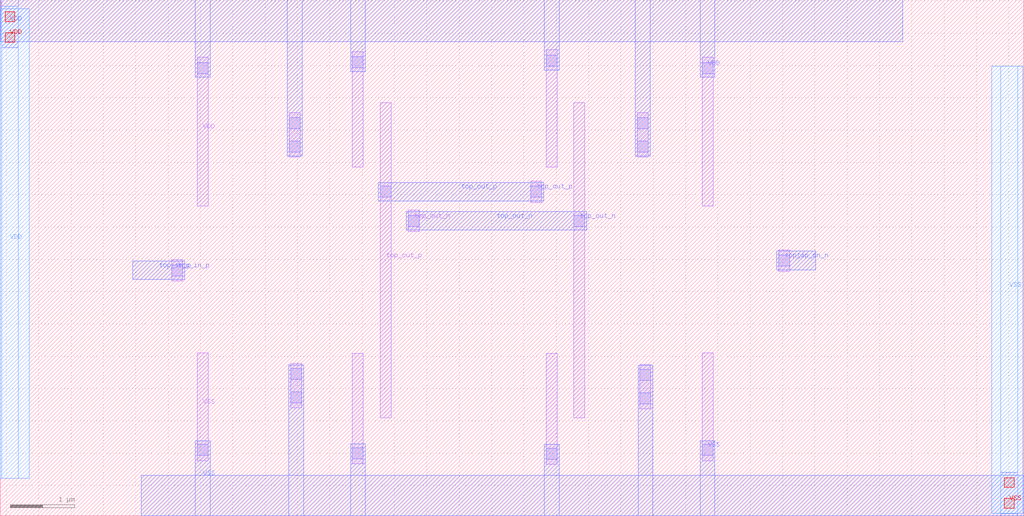
<source format=lef>
VERSION 5.8 ;
BUSBITCHARS "[]" ;
DIVIDERCHAR "/" ;

MACRO rs_latch_new
  CLASS BLOCK ;
  ORIGIN 2.095 2.97 ;
  FOREIGN rs_latch_new -2.095 -2.97 ;
  SIZE 15.825 BY 7.985 ;
  SYMMETRY X Y ;
  PIN VDD
    DIRECTION INOUT ;
    USE POWER ;
    SHAPE ABUTMENT ;
    PORT
      LAYER met2 ;
        RECT -2.095 -2.385 -1.645 4.875 ;
        RECT -2.075 -2.385 -1.815 4.915 ;
      LAYER li1 ;
        RECT 8.755 1.825 8.925 4.125 ;
        RECT 7.755 2.58 7.925 3.27 ;
        RECT 6.345 2.425 6.515 4.24 ;
        RECT 3.35 2.425 3.52 4.215 ;
        RECT 2.375 2.58 2.545 3.27 ;
        RECT 0.95 1.825 1.12 4.125 ;
      LAYER met1 ;
        RECT -2.085 4.37 11.86 5.015 ;
        RECT 8.725 3.815 8.955 5.015 ;
        RECT 7.725 2.6 7.955 5.015 ;
        RECT 6.315 3.93 6.545 5.015 ;
        RECT 3.32 3.905 3.55 5.015 ;
        RECT 2.345 2.6 2.575 5.015 ;
        RECT 0.92 3.815 1.15 5.015 ;
        RECT -2.075 4.275 -1.815 5.015 ;
      LAYER mcon ;
        RECT 0.95 3.875 1.12 4.045 ;
        RECT 2.375 3.02 2.545 3.19 ;
        RECT 2.375 2.66 2.545 2.83 ;
        RECT 3.35 3.965 3.52 4.135 ;
        RECT 6.345 3.99 6.515 4.16 ;
        RECT 7.755 3.02 7.925 3.19 ;
        RECT 7.755 2.66 7.925 2.83 ;
        RECT 8.755 3.875 8.925 4.045 ;
      LAYER via ;
        RECT -2.02 4.68 -1.87 4.83 ;
        RECT -2.02 4.36 -1.87 4.51 ;
    END
  END VDD
  PIN VSS
    DIRECTION INOUT ;
    USE GROUND ;
    SHAPE ABUTMENT ;
    PORT
      LAYER met2 ;
        RECT 13.23 -2.93 13.71 3.99 ;
        RECT 13.375 -2.935 13.635 3.99 ;
      LAYER li1 ;
        RECT 8.755 -2.115 8.925 -0.445 ;
        RECT 7.795 -1.315 7.965 -0.625 ;
        RECT 6.345 -2.175 6.515 -0.455 ;
        RECT 3.35 -2.165 3.52 -0.455 ;
        RECT 2.395 -1.3 2.565 -0.61 ;
        RECT 0.95 -2.115 1.12 -0.445 ;
      LAYER met1 ;
        RECT 0.085 -2.97 13.73 -2.34 ;
        RECT 13.375 -2.97 13.635 -2.295 ;
        RECT 8.725 -2.97 8.955 -1.805 ;
        RECT 7.765 -2.97 7.995 -0.645 ;
        RECT 6.315 -2.97 6.545 -1.865 ;
        RECT 3.32 -2.97 3.55 -1.855 ;
        RECT 2.365 -2.97 2.595 -0.63 ;
        RECT 0.92 -2.97 1.15 -1.805 ;
      LAYER mcon ;
        RECT 0.95 -2.035 1.12 -1.865 ;
        RECT 2.395 -0.86 2.565 -0.69 ;
        RECT 2.395 -1.22 2.565 -1.05 ;
        RECT 3.35 -2.085 3.52 -1.915 ;
        RECT 6.345 -2.095 6.515 -1.925 ;
        RECT 7.795 -0.875 7.965 -0.705 ;
        RECT 7.795 -1.235 7.965 -1.065 ;
        RECT 8.755 -2.035 8.925 -1.865 ;
      LAYER via ;
        RECT 13.43 -2.53 13.58 -2.38 ;
        RECT 13.43 -2.85 13.58 -2.7 ;
    END
  END VSS
  PIN top_in_n
    DIRECTION INPUT ;
    USE SIGNAL ;
    PORT
      LAYER li1 ;
        RECT 9.94 0.815 10.11 1.145 ;
      LAYER met1 ;
        RECT 9.91 0.835 10.51 1.125 ;
      LAYER mcon ;
        RECT 9.94 0.895 10.11 1.065 ;
    END
  END top_in_n
  PIN top_in_p
    DIRECTION INPUT ;
    USE SIGNAL ;
    PORT
      LAYER li1 ;
        RECT 0.555 0.665 0.725 0.995 ;
      LAYER met1 ;
        RECT -0.05 0.685 0.755 0.975 ;
      LAYER mcon ;
        RECT 0.555 0.745 0.725 0.915 ;
    END
  END top_in_p
  PIN top_out_n
    DIRECTION OUTPUT ;
    USE SIGNAL ;
    PORT
      LAYER li1 ;
        RECT 6.775 -1.455 6.945 3.425 ;
        RECT 4.21 1.43 4.38 1.76 ;
      LAYER met1 ;
        RECT 4.18 1.45 6.975 1.74 ;
      LAYER mcon ;
        RECT 4.21 1.51 4.38 1.68 ;
        RECT 6.775 1.51 6.945 1.68 ;
    END
  END top_out_n
  PIN top_out_p
    DIRECTION OUTPUT ;
    USE SIGNAL ;
    PORT
      LAYER li1 ;
        RECT 6.105 1.88 6.275 2.21 ;
        RECT 3.78 -1.455 3.95 3.425 ;
      LAYER met1 ;
        RECT 3.75 1.9 6.305 2.19 ;
      LAYER mcon ;
        RECT 3.78 1.96 3.95 2.13 ;
        RECT 6.105 1.96 6.275 2.13 ;
    END
  END top_out_p
END rs_latch_new

END LIBRARY

</source>
